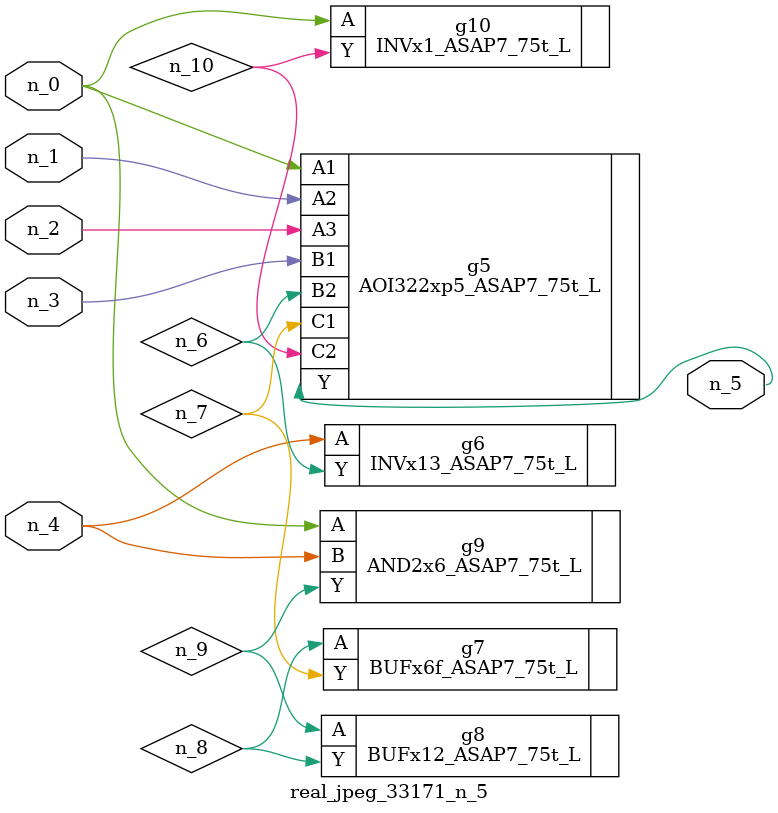
<source format=v>
module real_jpeg_33171_n_5 (n_4, n_0, n_1, n_2, n_3, n_5);

input n_4;
input n_0;
input n_1;
input n_2;
input n_3;

output n_5;

wire n_8;
wire n_6;
wire n_7;
wire n_10;
wire n_9;

AOI322xp5_ASAP7_75t_L g5 ( 
.A1(n_0),
.A2(n_1),
.A3(n_2),
.B1(n_3),
.B2(n_6),
.C1(n_7),
.C2(n_10),
.Y(n_5)
);

AND2x6_ASAP7_75t_L g9 ( 
.A(n_0),
.B(n_4),
.Y(n_9)
);

INVx1_ASAP7_75t_L g10 ( 
.A(n_0),
.Y(n_10)
);

INVx13_ASAP7_75t_L g6 ( 
.A(n_4),
.Y(n_6)
);

BUFx6f_ASAP7_75t_L g7 ( 
.A(n_8),
.Y(n_7)
);

BUFx12_ASAP7_75t_L g8 ( 
.A(n_9),
.Y(n_8)
);


endmodule
</source>
